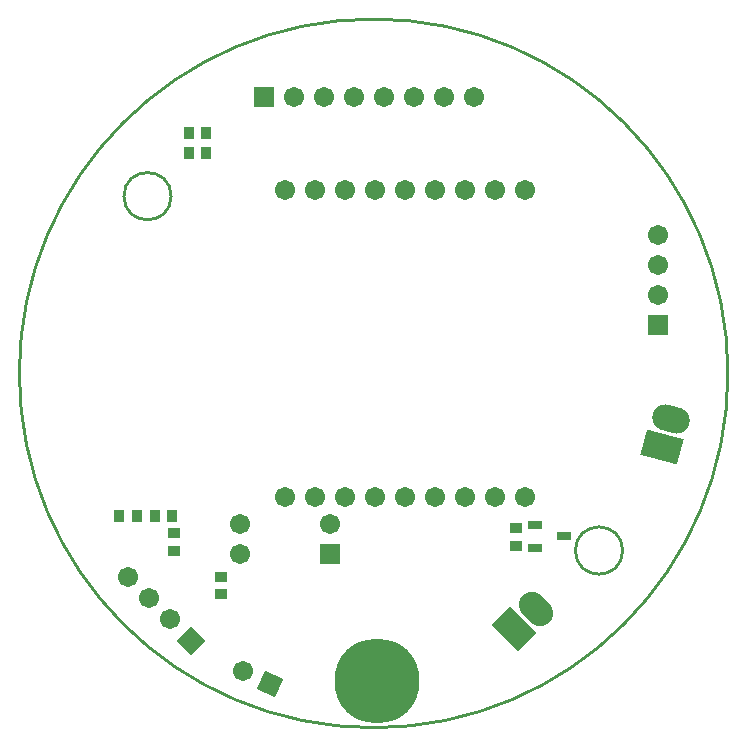
<source format=gbs>
%FSLAX25Y25*%
%MOIN*%
G70*
G01*
G75*
G04 Layer_Color=16711935*
%ADD10R,0.03347X0.02756*%
%ADD11O,0.04724X0.00984*%
%ADD12R,0.04724X0.01772*%
%ADD13O,0.04724X0.01772*%
%ADD14O,0.00984X0.04724*%
%ADD15O,0.01772X0.04724*%
%ADD16R,0.03937X0.02362*%
%ADD17R,0.02756X0.03347*%
%ADD18R,0.04724X0.01969*%
%ADD19O,0.03543X0.01969*%
%ADD20O,0.03543X0.01969*%
%ADD21R,0.03543X0.01969*%
%ADD22R,0.02362X0.03937*%
%ADD23O,0.02500X0.05500*%
%ADD24R,0.02500X0.05500*%
%ADD25R,0.07874X0.07874*%
%ADD26C,0.02000*%
%ADD27C,0.06000*%
%ADD28C,0.01000*%
%ADD29C,0.01500*%
%ADD30C,0.00800*%
%ADD31C,0.03000*%
%ADD32C,0.01200*%
%ADD33C,0.05906*%
%ADD34P,0.08352X4X180.0*%
%ADD35R,0.05906X0.05906*%
G04:AMPARAMS|DCode=36|XSize=78.74mil|YSize=118.11mil|CornerRadius=0mil|HoleSize=0mil|Usage=FLASHONLY|Rotation=45.000|XOffset=0mil|YOffset=0mil|HoleType=Round|Shape=Rectangle|*
%AMROTATEDRECTD36*
4,1,4,0.01392,-0.06960,-0.06960,0.01392,-0.01392,0.06960,0.06960,-0.01392,0.01392,-0.06960,0.0*
%
%ADD36ROTATEDRECTD36*%

G04:AMPARAMS|DCode=37|XSize=78.74mil|YSize=118.11mil|CornerRadius=0mil|HoleSize=0mil|Usage=FLASHONLY|Rotation=45.000|XOffset=0mil|YOffset=0mil|HoleType=Round|Shape=Round|*
%AMOVALD37*
21,1,0.03937,0.07874,0.00000,0.00000,135.0*
1,1,0.07874,0.01392,-0.01392*
1,1,0.07874,-0.01392,0.01392*
%
%ADD37OVALD37*%

G04:AMPARAMS|DCode=38|XSize=78.74mil|YSize=118.11mil|CornerRadius=0mil|HoleSize=0mil|Usage=FLASHONLY|Rotation=75.000|XOffset=0mil|YOffset=0mil|HoleType=Round|Shape=Round|*
%AMOVALD38*
21,1,0.03937,0.07874,0.00000,0.00000,165.0*
1,1,0.07874,0.01901,-0.00510*
1,1,0.07874,-0.01901,0.00510*
%
%ADD38OVALD38*%

G04:AMPARAMS|DCode=39|XSize=78.74mil|YSize=118.11mil|CornerRadius=0mil|HoleSize=0mil|Usage=FLASHONLY|Rotation=75.000|XOffset=0mil|YOffset=0mil|HoleType=Round|Shape=Rectangle|*
%AMROTATEDRECTD39*
4,1,4,0.04685,-0.05331,-0.06723,-0.02274,-0.04685,0.05331,0.06723,0.02274,0.04685,-0.05331,0.0*
%
%ADD39ROTATEDRECTD39*%

%ADD40P,0.08352X4X200.0*%
%ADD41R,0.05906X0.05906*%
%ADD42C,0.02000*%
%ADD43C,0.03000*%
%ADD44C,0.04000*%
%ADD45C,0.05000*%
%ADD46C,0.27559*%
%ADD47C,0.00500*%
%ADD48C,0.00787*%
%ADD49C,0.00984*%
%ADD50C,0.02362*%
%ADD51R,0.04147X0.03556*%
%ADD52O,0.05524X0.01784*%
%ADD53R,0.05524X0.02572*%
%ADD54O,0.05524X0.02572*%
%ADD55O,0.01784X0.05524*%
%ADD56O,0.02572X0.05524*%
%ADD57R,0.04737X0.03162*%
%ADD58R,0.03556X0.04147*%
%ADD59R,0.05524X0.02769*%
%ADD60O,0.04343X0.02769*%
%ADD61O,0.04343X0.02769*%
%ADD62R,0.04343X0.02769*%
%ADD63R,0.03162X0.04737*%
%ADD64O,0.03300X0.06300*%
%ADD65R,0.03300X0.06300*%
%ADD66R,0.08674X0.08674*%
%ADD67C,0.06706*%
%ADD68P,0.09483X4X180.0*%
%ADD69R,0.06706X0.06706*%
G04:AMPARAMS|DCode=70|XSize=86.74mil|YSize=126.11mil|CornerRadius=0mil|HoleSize=0mil|Usage=FLASHONLY|Rotation=45.000|XOffset=0mil|YOffset=0mil|HoleType=Round|Shape=Rectangle|*
%AMROTATEDRECTD70*
4,1,4,0.01392,-0.07525,-0.07525,0.01392,-0.01392,0.07525,0.07525,-0.01392,0.01392,-0.07525,0.0*
%
%ADD70ROTATEDRECTD70*%

G04:AMPARAMS|DCode=71|XSize=86.74mil|YSize=126.11mil|CornerRadius=0mil|HoleSize=0mil|Usage=FLASHONLY|Rotation=45.000|XOffset=0mil|YOffset=0mil|HoleType=Round|Shape=Round|*
%AMOVALD71*
21,1,0.03937,0.08674,0.00000,0.00000,135.0*
1,1,0.08674,0.01392,-0.01392*
1,1,0.08674,-0.01392,0.01392*
%
%ADD71OVALD71*%

G04:AMPARAMS|DCode=72|XSize=86.74mil|YSize=126.11mil|CornerRadius=0mil|HoleSize=0mil|Usage=FLASHONLY|Rotation=75.000|XOffset=0mil|YOffset=0mil|HoleType=Round|Shape=Round|*
%AMOVALD72*
21,1,0.03937,0.08674,0.00000,0.00000,165.0*
1,1,0.08674,0.01901,-0.00510*
1,1,0.08674,-0.01901,0.00510*
%
%ADD72OVALD72*%

G04:AMPARAMS|DCode=73|XSize=86.74mil|YSize=126.11mil|CornerRadius=0mil|HoleSize=0mil|Usage=FLASHONLY|Rotation=75.000|XOffset=0mil|YOffset=0mil|HoleType=Round|Shape=Rectangle|*
%AMROTATEDRECTD73*
4,1,4,0.04968,-0.05821,-0.07213,-0.02557,-0.04968,0.05821,0.07213,0.02557,0.04968,-0.05821,0.0*
%
%ADD73ROTATEDRECTD73*%

%ADD74P,0.09483X4X200.0*%
%ADD75R,0.06706X0.06706*%
%ADD76C,0.28359*%
D28*
X83000Y-59055D02*
G03*
X83000Y-59055I-7874J0D01*
G01*
X-67500Y59055D02*
G03*
X-67500Y59055I-7874J0D01*
G01*
X118110Y0D02*
G03*
X118110Y0I-118110J0D01*
G01*
D51*
X-50900Y-67795D02*
D03*
Y-73700D02*
D03*
X47500Y-51695D02*
D03*
Y-57600D02*
D03*
X-66600Y-53194D02*
D03*
Y-59100D02*
D03*
D57*
X53700Y-50426D02*
D03*
X63542Y-54363D02*
D03*
X53700Y-58300D02*
D03*
D58*
X-73005Y-47400D02*
D03*
X-67100D02*
D03*
X-61700Y73400D02*
D03*
X-55795D02*
D03*
X-61705Y80100D02*
D03*
X-55800D02*
D03*
X-84905Y-47400D02*
D03*
X-79000D02*
D03*
D67*
X-82013Y-67887D02*
D03*
X-74942Y-74958D02*
D03*
X-67871Y-82029D02*
D03*
X94800Y46200D02*
D03*
Y36200D02*
D03*
Y26200D02*
D03*
X50400Y61200D02*
D03*
X40400D02*
D03*
X30400D02*
D03*
X20400D02*
D03*
X10400D02*
D03*
X400D02*
D03*
X-9600D02*
D03*
X-19600D02*
D03*
X-29600D02*
D03*
Y-41162D02*
D03*
X-19600D02*
D03*
X-9600D02*
D03*
X400D02*
D03*
X10400D02*
D03*
X20400D02*
D03*
X30400D02*
D03*
X40400D02*
D03*
X50400D02*
D03*
X-43663Y-99174D02*
D03*
X-14500Y-50100D02*
D03*
X-44500Y-60100D02*
D03*
Y-50100D02*
D03*
X-26500Y92200D02*
D03*
X-16500D02*
D03*
X-6500D02*
D03*
X3500D02*
D03*
X13500D02*
D03*
X23500D02*
D03*
X33500D02*
D03*
X1200Y-102400D02*
D03*
D68*
X-60800Y-89100D02*
D03*
D69*
X94800Y16200D02*
D03*
D70*
X46900Y-85200D02*
D03*
D71*
X54250Y-78407D02*
D03*
D72*
X98968Y-15143D02*
D03*
D73*
X96000Y-24700D02*
D03*
D74*
X-34600Y-103400D02*
D03*
D75*
X-14500Y-60100D02*
D03*
X-36500Y92200D02*
D03*
D76*
X1200Y-102400D02*
D03*
M02*

</source>
